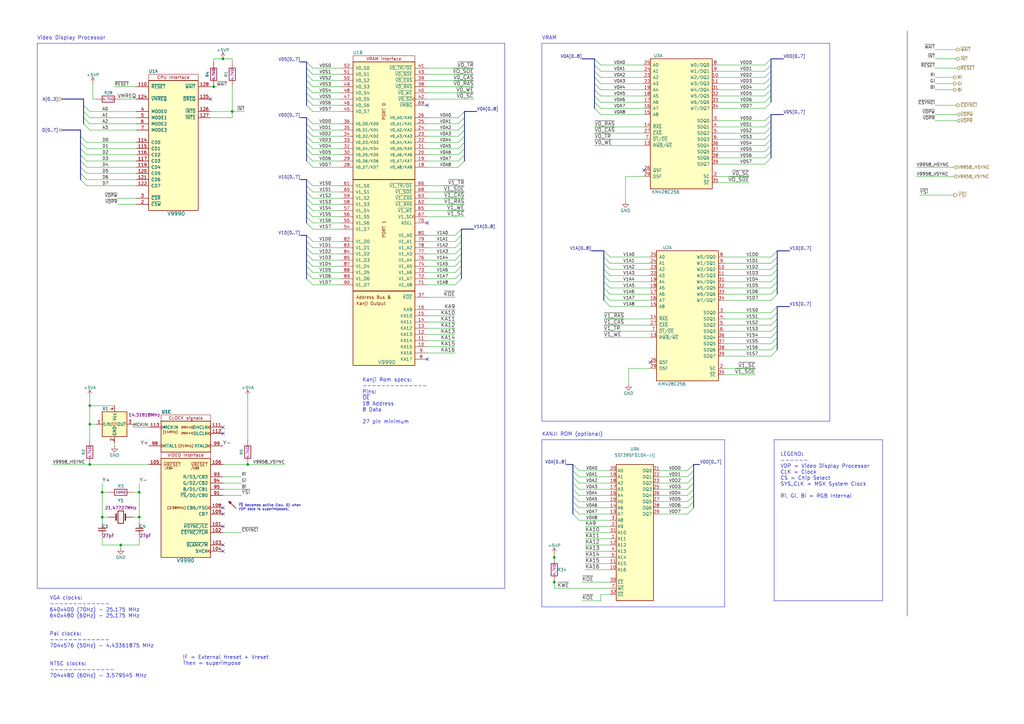
<source format=kicad_sch>
(kicad_sch (version 20230121) (generator eeschema)
  (paper "A3")
  (title_block (title "TRH9000D") (date "2022-08-04") (rev "AA") (company "The Retro Hacker") (comment 2 "Shared under CERN-OHL-S license") (comment 3 "TRH9000 - Open Source MSX Graphics Card based on the Yamaha V9990") (comment 4 "Designed  by: Cristiano Goncalves, Doomn00b, SD_Snatcher"))
  (junction (at 57.15 212.09))
  (junction (at 41.91 212.09))
  (junction (at 91.44 24.13))
  (junction (at 41.91 201.93))
  (junction (at 101.6 190.5))
  (junction (at 57.15 201.93))
  (junction (at 87.63 35.56))
  (junction (at 95.25 45.72))
  (junction (at 36.83 190.5))
  (junction (at 227.33 238.76))
  (junction (at 227.33 228.6))
  (junction (at 36.83 173.99))
  (junction (at 36.83 166.37))
  (junction (at 49.53 223.52))
  (no_connect (at 86.36 40.64))
  (no_connect (at 266.7 148.59))
  (no_connect (at 175.26 43.18))
  (no_connect (at 91.44 175.26))
  (no_connect (at 91.44 177.8))
  (no_connect (at 91.44 208.28))
  (no_connect (at 91.44 210.82))
  (no_connect (at 264.16 69.85))
  (no_connect (at 91.44 226.06))
  (no_connect (at 91.44 223.52))
  (no_connect (at 175.26 91.44))
  (no_connect (at 175.26 147.32))
  (no_connect (at 91.44 215.9))
  (bus_entry (at 125.73 78.74) (size 2.54 2.54))
  (bus_entry (at 125.73 83.82) (size 2.54 2.54))
  (bus_entry (at 33.02 58.42) (size 2.54 2.54))
  (bus_entry (at 247.65 118.11) (size 2.54 2.54))
  (bus_entry (at 234.95 208.28) (size 2.54 2.54))
  (bus_entry (at 33.02 71.12) (size 2.54 2.54))
  (bus_entry (at 284.48 190.5) (size -2.54 2.54))
  (bus_entry (at 318.77 120.65) (size -2.54 2.54))
  (bus_entry (at 316.23 36.83) (size -2.54 2.54))
  (bus_entry (at 234.95 190.5) (size 2.54 2.54))
  (bus_entry (at 318.77 115.57) (size -2.54 2.54))
  (bus_entry (at 318.77 118.11) (size -2.54 2.54))
  (bus_entry (at 190.5 66.04) (size -2.54 2.54))
  (bus_entry (at 318.77 113.03) (size -2.54 2.54))
  (bus_entry (at 318.77 143.51) (size -2.54 2.54))
  (bus_entry (at 33.02 55.88) (size 2.54 2.54))
  (bus_entry (at 247.65 123.19) (size 2.54 2.54))
  (bus_entry (at 234.95 200.66) (size 2.54 2.54))
  (bus_entry (at 318.77 102.87) (size -2.54 2.54))
  (bus_entry (at 284.48 198.12) (size -2.54 2.54))
  (bus_entry (at 316.23 57.15) (size -2.54 2.54))
  (bus_entry (at 125.73 104.14) (size 2.54 2.54))
  (bus_entry (at 316.23 54.61) (size -2.54 2.54))
  (bus_entry (at 247.65 107.95) (size 2.54 2.54))
  (bus_entry (at 189.23 111.76) (size -2.54 2.54))
  (bus_entry (at 189.23 106.68) (size -2.54 2.54))
  (bus_entry (at 125.73 30.48) (size 2.54 2.54))
  (bus_entry (at 316.23 49.53) (size -2.54 2.54))
  (bus_entry (at 125.73 40.64) (size 2.54 2.54))
  (bus_entry (at 190.5 50.8) (size -2.54 2.54))
  (bus_entry (at 125.73 43.18) (size 2.54 2.54))
  (bus_entry (at 284.48 193.04) (size -2.54 2.54))
  (bus_entry (at 125.73 101.6) (size 2.54 2.54))
  (bus_entry (at 125.73 99.06) (size 2.54 2.54))
  (bus_entry (at 234.95 205.74) (size 2.54 2.54))
  (bus_entry (at 316.23 39.37) (size -2.54 2.54))
  (bus_entry (at 316.23 62.23) (size -2.54 2.54))
  (bus_entry (at 284.48 203.2) (size -2.54 2.54))
  (bus_entry (at 284.48 205.74) (size -2.54 2.54))
  (bus_entry (at 247.65 115.57) (size 2.54 2.54))
  (bus_entry (at 243.84 44.45) (size 2.54 2.54))
  (bus_entry (at 125.73 58.42) (size 2.54 2.54))
  (bus_entry (at 125.73 91.44) (size 2.54 2.54))
  (bus_entry (at 234.95 210.82) (size 2.54 2.54))
  (bus_entry (at 284.48 195.58) (size -2.54 2.54))
  (bus_entry (at 243.84 24.13) (size 2.54 2.54))
  (bus_entry (at 316.23 31.75) (size -2.54 2.54))
  (bus_entry (at 247.65 113.03) (size 2.54 2.54))
  (bus_entry (at 316.23 59.69) (size -2.54 2.54))
  (bus_entry (at 284.48 208.28) (size -2.54 2.54))
  (bus_entry (at 34.29 50.8) (size 2.54 2.54))
  (bus_entry (at 247.65 102.87) (size 2.54 2.54))
  (bus_entry (at 125.73 25.4) (size 2.54 2.54))
  (bus_entry (at 243.84 31.75) (size 2.54 2.54))
  (bus_entry (at 318.77 133.35) (size -2.54 2.54))
  (bus_entry (at 34.29 45.72) (size 2.54 2.54))
  (bus_entry (at 190.5 55.88) (size -2.54 2.54))
  (bus_entry (at 316.23 52.07) (size -2.54 2.54))
  (bus_entry (at 125.73 53.34) (size 2.54 2.54))
  (bus_entry (at 189.23 99.06) (size -2.54 2.54))
  (bus_entry (at 316.23 34.29) (size -2.54 2.54))
  (bus_entry (at 125.73 50.8) (size 2.54 2.54))
  (bus_entry (at 318.77 130.81) (size -2.54 2.54))
  (bus_entry (at 316.23 26.67) (size -2.54 2.54))
  (bus_entry (at 190.5 63.5) (size -2.54 2.54))
  (bus_entry (at 125.73 60.96) (size 2.54 2.54))
  (bus_entry (at 125.73 63.5) (size 2.54 2.54))
  (bus_entry (at 125.73 38.1) (size 2.54 2.54))
  (bus_entry (at 125.73 35.56) (size 2.54 2.54))
  (bus_entry (at 125.73 48.26) (size 2.54 2.54))
  (bus_entry (at 243.84 34.29) (size 2.54 2.54))
  (bus_entry (at 316.23 64.77) (size -2.54 2.54))
  (bus_entry (at 316.23 24.13) (size -2.54 2.54))
  (bus_entry (at 243.84 41.91) (size 2.54 2.54))
  (bus_entry (at 34.29 43.18) (size 2.54 2.54))
  (bus_entry (at 189.23 93.98) (size -2.54 2.54))
  (bus_entry (at 190.5 60.96) (size -2.54 2.54))
  (bus_entry (at 125.73 27.94) (size 2.54 2.54))
  (bus_entry (at 190.5 45.72) (size -2.54 2.54))
  (bus_entry (at 33.02 68.58) (size 2.54 2.54))
  (bus_entry (at 189.23 96.52) (size -2.54 2.54))
  (bus_entry (at 33.02 63.5) (size 2.54 2.54))
  (bus_entry (at 190.5 58.42) (size -2.54 2.54))
  (bus_entry (at 247.65 120.65) (size 2.54 2.54))
  (bus_entry (at 33.02 66.04) (size 2.54 2.54))
  (bus_entry (at 318.77 105.41) (size -2.54 2.54))
  (bus_entry (at 125.73 55.88) (size 2.54 2.54))
  (bus_entry (at 284.48 200.66) (size -2.54 2.54))
  (bus_entry (at 125.73 76.2) (size 2.54 2.54))
  (bus_entry (at 125.73 106.68) (size 2.54 2.54))
  (bus_entry (at 247.65 110.49) (size 2.54 2.54))
  (bus_entry (at 318.77 107.95) (size -2.54 2.54))
  (bus_entry (at 189.23 114.3) (size -2.54 2.54))
  (bus_entry (at 243.84 36.83) (size 2.54 2.54))
  (bus_entry (at 318.77 140.97) (size -2.54 2.54))
  (bus_entry (at 316.23 46.99) (size -2.54 2.54))
  (bus_entry (at 189.23 101.6) (size -2.54 2.54))
  (bus_entry (at 243.84 39.37) (size 2.54 2.54))
  (bus_entry (at 33.02 60.96) (size 2.54 2.54))
  (bus_entry (at 234.95 195.58) (size 2.54 2.54))
  (bus_entry (at 318.77 125.73) (size -2.54 2.54))
  (bus_entry (at 34.29 48.26) (size 2.54 2.54))
  (bus_entry (at 125.73 109.22) (size 2.54 2.54))
  (bus_entry (at 125.73 73.66) (size 2.54 2.54))
  (bus_entry (at 247.65 105.41) (size 2.54 2.54))
  (bus_entry (at 318.77 110.49) (size -2.54 2.54))
  (bus_entry (at 318.77 138.43) (size -2.54 2.54))
  (bus_entry (at 33.02 73.66) (size 2.54 2.54))
  (bus_entry (at 190.5 48.26) (size -2.54 2.54))
  (bus_entry (at 125.73 33.02) (size 2.54 2.54))
  (bus_entry (at 189.23 109.22) (size -2.54 2.54))
  (bus_entry (at 125.73 86.36) (size 2.54 2.54))
  (bus_entry (at 234.95 203.2) (size 2.54 2.54))
  (bus_entry (at 316.23 29.21) (size -2.54 2.54))
  (bus_entry (at 125.73 66.04) (size 2.54 2.54))
  (bus_entry (at 318.77 128.27) (size -2.54 2.54))
  (bus_entry (at 243.84 29.21) (size 2.54 2.54))
  (bus_entry (at 125.73 114.3) (size 2.54 2.54))
  (bus_entry (at 125.73 96.52) (size 2.54 2.54))
  (bus_entry (at 316.23 41.91) (size -2.54 2.54))
  (bus_entry (at 189.23 104.14) (size -2.54 2.54))
  (bus_entry (at 318.77 135.89) (size -2.54 2.54))
  (bus_entry (at 243.84 26.67) (size 2.54 2.54))
  (bus_entry (at 125.73 81.28) (size 2.54 2.54))
  (bus_entry (at 234.95 198.12) (size 2.54 2.54))
  (bus_entry (at 190.5 53.34) (size -2.54 2.54))
  (bus_entry (at 234.95 193.04) (size 2.54 2.54))
  (bus_entry (at 125.73 88.9) (size 2.54 2.54))
  (bus_entry (at 125.73 111.76) (size 2.54 2.54))
  (bus (pts (xy 189.23 96.52) (xy 189.23 99.06)))
  (wire (pts (xy 246.38 46.99) (xy 264.16 46.99)))
  (wire (pts (xy 41.91 201.93) (xy 41.91 212.09)))
  (wire (pts (xy 175.26 129.54) (xy 186.69 129.54)))
  (wire (pts (xy 99.06 218.44) (xy 91.44 218.44)))
  (bus (pts (xy 33.02 68.58) (xy 33.02 71.12)))
  (bus (pts (xy 318.77 133.35) (xy 318.77 135.89)))
  (bus (pts (xy 234.95 190.5) (xy 232.41 190.5)))
  (wire (pts (xy 250.19 205.74) (xy 237.49 205.74)))
  (wire (pts (xy 49.53 224.79) (xy 49.53 223.52)))
  (wire (pts (xy 41.91 219.71) (xy 41.91 223.52)))
  (wire (pts (xy 250.19 123.19) (xy 266.7 123.19)))
  (wire (pts (xy 246.38 26.67) (xy 264.16 26.67)))
  (wire (pts (xy 139.7 83.82) (xy 128.27 83.82)))
  (wire (pts (xy 294.64 29.21) (xy 313.69 29.21)))
  (bus (pts (xy 247.65 115.57) (xy 247.65 118.11)))
  (wire (pts (xy 46.99 35.56) (xy 55.88 35.56)))
  (wire (pts (xy 36.83 173.99) (xy 36.83 180.34)))
  (bus (pts (xy 243.84 24.13) (xy 243.84 26.67)))
  (bus (pts (xy 33.02 60.96) (xy 33.02 63.5)))
  (bus (pts (xy 284.48 200.66) (xy 284.48 203.2)))
  (wire (pts (xy 139.7 55.88) (xy 128.27 55.88)))
  (wire (pts (xy 175.26 111.76) (xy 186.69 111.76)))
  (wire (pts (xy 139.7 50.8) (xy 128.27 50.8)))
  (wire (pts (xy 35.56 63.5) (xy 55.88 63.5)))
  (bus (pts (xy 125.73 50.8) (xy 125.73 53.34)))
  (wire (pts (xy 383.54 46.99) (xy 392.43 46.99)))
  (polyline (pts (xy 372.11 12.7) (xy 372.11 252.73)))
  (wire (pts (xy 95.25 48.26) (xy 95.25 45.72)))
  (bus (pts (xy 243.84 34.29) (xy 243.84 36.83)))
  (wire (pts (xy 139.7 78.74) (xy 128.27 78.74)))
  (wire (pts (xy 297.18 128.27) (xy 316.23 128.27)))
  (wire (pts (xy 294.64 31.75) (xy 313.69 31.75)))
  (bus (pts (xy 316.23 49.53) (xy 316.23 52.07)))
  (polyline (pts (xy 222.25 172.72) (xy 340.36 172.72)))
  (bus (pts (xy 190.5 45.72) (xy 190.5 48.26)))
  (bus (pts (xy 33.02 71.12) (xy 33.02 73.66)))
  (wire (pts (xy 54.61 212.09) (xy 57.15 212.09)))
  (wire (pts (xy 175.26 40.64) (xy 194.31 40.64)))
  (bus (pts (xy 190.5 53.34) (xy 190.5 55.88)))
  (bus (pts (xy 189.23 104.14) (xy 189.23 106.68)))
  (wire (pts (xy 194.31 38.1) (xy 175.26 38.1)))
  (wire (pts (xy 190.5 76.2) (xy 175.26 76.2)))
  (wire (pts (xy 139.7 33.02) (xy 128.27 33.02)))
  (bus (pts (xy 316.23 59.69) (xy 316.23 62.23)))
  (polyline (pts (xy 317.5 180.34) (xy 361.95 180.34)))
  (wire (pts (xy 238.76 238.76) (xy 250.19 238.76)))
  (bus (pts (xy 247.65 102.87) (xy 247.65 105.41)))
  (wire (pts (xy 91.44 190.5) (xy 101.6 190.5)))
  (bus (pts (xy 316.23 52.07) (xy 316.23 54.61)))
  (bus (pts (xy 234.95 195.58) (xy 234.95 198.12)))
  (wire (pts (xy 87.63 24.13) (xy 87.63 25.4)))
  (wire (pts (xy 227.33 228.6) (xy 227.33 229.87)))
  (bus (pts (xy 284.48 203.2) (xy 284.48 205.74)))
  (wire (pts (xy 297.18 135.89) (xy 316.23 135.89)))
  (wire (pts (xy 139.7 27.94) (xy 128.27 27.94)))
  (wire (pts (xy 95.25 35.56) (xy 95.25 45.72)))
  (bus (pts (xy 318.77 125.73) (xy 318.77 128.27)))
  (wire (pts (xy 294.64 26.67) (xy 313.69 26.67)))
  (wire (pts (xy 294.64 49.53) (xy 313.69 49.53)))
  (bus (pts (xy 247.65 113.03) (xy 247.65 115.57)))
  (polyline (pts (xy 340.36 172.72) (xy 340.36 17.78)))
  (wire (pts (xy 35.56 68.58) (xy 55.88 68.58)))
  (wire (pts (xy 99.06 195.58) (xy 91.44 195.58)))
  (wire (pts (xy 294.64 72.39) (xy 307.34 72.39)))
  (wire (pts (xy 36.83 190.5) (xy 60.96 190.5)))
  (wire (pts (xy 175.26 139.7) (xy 186.69 139.7)))
  (wire (pts (xy 36.83 48.26) (xy 55.88 48.26)))
  (bus (pts (xy 125.73 86.36) (xy 125.73 88.9)))
  (wire (pts (xy 35.56 71.12) (xy 55.88 71.12)))
  (wire (pts (xy 250.19 215.9) (xy 240.03 215.9)))
  (bus (pts (xy 189.23 101.6) (xy 189.23 104.14)))
  (wire (pts (xy 190.5 86.36) (xy 175.26 86.36)))
  (bus (pts (xy 125.73 53.34) (xy 125.73 55.88)))
  (wire (pts (xy 190.5 81.28) (xy 175.26 81.28)))
  (bus (pts (xy 318.77 115.57) (xy 318.77 118.11)))
  (wire (pts (xy 175.26 114.3) (xy 186.69 114.3)))
  (bus (pts (xy 125.73 25.4) (xy 125.73 27.94)))
  (bus (pts (xy 125.73 88.9) (xy 125.73 91.44)))
  (bus (pts (xy 318.77 138.43) (xy 318.77 140.97)))
  (bus (pts (xy 189.23 111.76) (xy 189.23 114.3)))
  (wire (pts (xy 190.5 83.82) (xy 175.26 83.82)))
  (bus (pts (xy 316.23 34.29) (xy 316.23 36.83)))
  (wire (pts (xy 41.91 223.52) (xy 49.53 223.52)))
  (bus (pts (xy 243.84 39.37) (xy 243.84 41.91)))
  (wire (pts (xy 139.7 63.5) (xy 128.27 63.5)))
  (wire (pts (xy 246.38 31.75) (xy 264.16 31.75)))
  (bus (pts (xy 316.23 54.61) (xy 316.23 57.15)))
  (wire (pts (xy 383.54 24.13) (xy 392.43 24.13)))
  (wire (pts (xy 139.7 91.44) (xy 128.27 91.44)))
  (bus (pts (xy 125.73 81.28) (xy 125.73 83.82)))
  (wire (pts (xy 250.19 213.36) (xy 237.49 213.36)))
  (wire (pts (xy 38.1 40.64) (xy 39.37 40.64)))
  (wire (pts (xy 175.26 55.88) (xy 187.96 55.88)))
  (bus (pts (xy 234.95 190.5) (xy 234.95 193.04)))
  (wire (pts (xy 294.64 74.93) (xy 307.34 74.93)))
  (polyline (pts (xy 15.24 17.78) (xy 207.01 17.78)))
  (wire (pts (xy 35.56 58.42) (xy 55.88 58.42)))
  (wire (pts (xy 250.19 195.58) (xy 237.49 195.58)))
  (wire (pts (xy 194.31 27.94) (xy 175.26 27.94)))
  (wire (pts (xy 246.38 39.37) (xy 264.16 39.37)))
  (wire (pts (xy 139.7 60.96) (xy 128.27 60.96)))
  (bus (pts (xy 284.48 190.5) (xy 284.48 193.04)))
  (wire (pts (xy 139.7 114.3) (xy 128.27 114.3)))
  (bus (pts (xy 125.73 35.56) (xy 125.73 38.1)))
  (bus (pts (xy 316.23 29.21) (xy 316.23 31.75)))
  (bus (pts (xy 125.73 73.66) (xy 123.19 73.66)))
  (wire (pts (xy 250.19 233.68) (xy 240.03 233.68)))
  (wire (pts (xy 175.26 63.5) (xy 187.96 63.5)))
  (wire (pts (xy 139.7 104.14) (xy 128.27 104.14)))
  (polyline (pts (xy 361.95 246.38) (xy 317.5 246.38)))
  (bus (pts (xy 318.77 102.87) (xy 323.85 102.87)))
  (wire (pts (xy 270.51 195.58) (xy 281.94 195.58)))
  (bus (pts (xy 125.73 76.2) (xy 125.73 78.74)))
  (wire (pts (xy 383.54 34.29) (xy 391.16 34.29)))
  (wire (pts (xy 175.26 66.04) (xy 187.96 66.04)))
  (bus (pts (xy 189.23 109.22) (xy 189.23 111.76)))
  (bus (pts (xy 247.65 105.41) (xy 247.65 107.95)))
  (bus (pts (xy 247.65 118.11) (xy 247.65 120.65)))
  (wire (pts (xy 264.16 59.69) (xy 243.84 59.69)))
  (wire (pts (xy 294.64 36.83) (xy 313.69 36.83)))
  (bus (pts (xy 190.5 50.8) (xy 190.5 53.34)))
  (wire (pts (xy 49.53 40.64) (xy 55.88 40.64)))
  (wire (pts (xy 139.7 45.72) (xy 128.27 45.72)))
  (wire (pts (xy 139.7 76.2) (xy 128.27 76.2)))
  (bus (pts (xy 318.77 140.97) (xy 318.77 143.51)))
  (wire (pts (xy 297.18 115.57) (xy 316.23 115.57)))
  (wire (pts (xy 101.6 190.5) (xy 116.84 190.5)))
  (bus (pts (xy 318.77 128.27) (xy 318.77 130.81)))
  (wire (pts (xy 250.19 223.52) (xy 240.03 223.52)))
  (wire (pts (xy 383.54 49.53) (xy 392.43 49.53)))
  (wire (pts (xy 86.36 45.72) (xy 95.25 45.72)))
  (wire (pts (xy 227.33 237.49) (xy 227.33 238.76)))
  (bus (pts (xy 125.73 96.52) (xy 125.73 99.06)))
  (bus (pts (xy 125.73 58.42) (xy 125.73 60.96)))
  (wire (pts (xy 250.19 105.41) (xy 266.7 105.41)))
  (wire (pts (xy 38.1 34.29) (xy 38.1 40.64)))
  (wire (pts (xy 175.26 30.48) (xy 194.31 30.48)))
  (wire (pts (xy 270.51 193.04) (xy 281.94 193.04)))
  (wire (pts (xy 294.64 52.07) (xy 313.69 52.07)))
  (wire (pts (xy 297.18 118.11) (xy 316.23 118.11)))
  (bus (pts (xy 33.02 58.42) (xy 33.02 60.96)))
  (wire (pts (xy 250.19 210.82) (xy 237.49 210.82)))
  (wire (pts (xy 44.45 201.93) (xy 41.91 201.93)))
  (wire (pts (xy 57.15 219.71) (xy 57.15 223.52)))
  (bus (pts (xy 125.73 48.26) (xy 125.73 50.8)))
  (bus (pts (xy 316.23 31.75) (xy 316.23 34.29)))
  (wire (pts (xy 250.19 120.65) (xy 266.7 120.65)))
  (wire (pts (xy 256.54 72.39) (xy 264.16 72.39)))
  (wire (pts (xy 48.26 83.82) (xy 55.88 83.82)))
  (bus (pts (xy 189.23 99.06) (xy 189.23 101.6)))
  (wire (pts (xy 139.7 38.1) (xy 128.27 38.1)))
  (wire (pts (xy 175.26 127) (xy 186.69 127)))
  (wire (pts (xy 139.7 66.04) (xy 128.27 66.04)))
  (bus (pts (xy 125.73 30.48) (xy 125.73 33.02)))
  (wire (pts (xy 297.18 143.51) (xy 316.23 143.51)))
  (bus (pts (xy 318.77 107.95) (xy 318.77 110.49)))
  (bus (pts (xy 125.73 96.52) (xy 123.19 96.52)))
  (wire (pts (xy 246.38 29.21) (xy 264.16 29.21)))
  (wire (pts (xy 266.7 130.81) (xy 247.65 130.81)))
  (wire (pts (xy 266.7 133.35) (xy 247.65 133.35)))
  (bus (pts (xy 247.65 110.49) (xy 247.65 113.03)))
  (wire (pts (xy 175.26 78.74) (xy 190.5 78.74)))
  (wire (pts (xy 139.7 101.6) (xy 128.27 101.6)))
  (bus (pts (xy 190.5 63.5) (xy 190.5 66.04)))
  (wire (pts (xy 227.33 238.76) (xy 227.33 241.3)))
  (polyline (pts (xy 222.25 17.78) (xy 222.25 172.72)))
  (wire (pts (xy 250.19 228.6) (xy 240.03 228.6)))
  (wire (pts (xy 95.25 24.13) (xy 95.25 25.4)))
  (bus (pts (xy 318.77 105.41) (xy 318.77 107.95)))
  (wire (pts (xy 21.59 190.5) (xy 36.83 190.5)))
  (wire (pts (xy 175.26 88.9) (xy 190.5 88.9)))
  (bus (pts (xy 318.77 118.11) (xy 318.77 120.65)))
  (wire (pts (xy 139.7 88.9) (xy 128.27 88.9)))
  (wire (pts (xy 246.38 243.84) (xy 250.19 243.84)))
  (bus (pts (xy 190.5 55.88) (xy 190.5 58.42)))
  (bus (pts (xy 190.5 45.72) (xy 195.58 45.72)))
  (polyline (pts (xy 340.36 17.78) (xy 222.25 17.78)))
  (wire (pts (xy 294.64 54.61) (xy 313.69 54.61)))
  (wire (pts (xy 41.91 212.09) (xy 44.45 212.09)))
  (wire (pts (xy 250.19 218.44) (xy 240.03 218.44)))
  (bus (pts (xy 284.48 205.74) (xy 284.48 208.28)))
  (wire (pts (xy 175.26 109.22) (xy 186.69 109.22)))
  (wire (pts (xy 41.91 198.12) (xy 41.91 201.93)))
  (wire (pts (xy 246.38 34.29) (xy 264.16 34.29)))
  (bus (pts (xy 234.95 198.12) (xy 234.95 200.66)))
  (polyline (pts (xy 222.25 180.34) (xy 222.25 248.92)))
  (bus (pts (xy 284.48 190.5) (xy 287.02 190.5)))
  (wire (pts (xy 246.38 36.83) (xy 264.16 36.83)))
  (wire (pts (xy 250.19 200.66) (xy 237.49 200.66)))
  (wire (pts (xy 375.92 68.58) (xy 391.16 68.58)))
  (wire (pts (xy 250.19 198.12) (xy 237.49 198.12)))
  (wire (pts (xy 35.56 60.96) (xy 55.88 60.96)))
  (wire (pts (xy 270.51 198.12) (xy 281.94 198.12)))
  (wire (pts (xy 297.18 146.05) (xy 316.23 146.05)))
  (bus (pts (xy 125.73 101.6) (xy 125.73 104.14)))
  (polyline (pts (xy 297.18 180.34) (xy 297.18 248.92)))
  (wire (pts (xy 377.19 80.01) (xy 391.16 80.01)))
  (bus (pts (xy 125.73 104.14) (xy 125.73 106.68)))
  (wire (pts (xy 383.54 27.94) (xy 392.43 27.94)))
  (wire (pts (xy 250.19 118.11) (xy 266.7 118.11)))
  (bus (pts (xy 125.73 111.76) (xy 125.73 114.3)))
  (wire (pts (xy 297.18 110.49) (xy 316.23 110.49)))
  (wire (pts (xy 297.18 133.35) (xy 316.23 133.35)))
  (bus (pts (xy 190.5 58.42) (xy 190.5 60.96)))
  (bus (pts (xy 125.73 33.02) (xy 125.73 35.56)))
  (bus (pts (xy 243.84 26.67) (xy 243.84 29.21)))
  (wire (pts (xy 91.44 203.2) (xy 99.06 203.2)))
  (wire (pts (xy 139.7 35.56) (xy 128.27 35.56)))
  (wire (pts (xy 36.83 53.34) (xy 55.88 53.34)))
  (wire (pts (xy 294.64 62.23) (xy 313.69 62.23)))
  (wire (pts (xy 250.19 220.98) (xy 240.03 220.98)))
  (wire (pts (xy 294.64 39.37) (xy 313.69 39.37)))
  (bus (pts (xy 190.5 60.96) (xy 190.5 63.5)))
  (bus (pts (xy 125.73 48.26) (xy 123.19 48.26)))
  (wire (pts (xy 139.7 99.06) (xy 128.27 99.06)))
  (wire (pts (xy 139.7 116.84) (xy 128.27 116.84)))
  (bus (pts (xy 125.73 83.82) (xy 125.73 86.36)))
  (wire (pts (xy 175.26 144.78) (xy 186.69 144.78)))
  (wire (pts (xy 266.7 135.89) (xy 247.65 135.89)))
  (wire (pts (xy 250.19 110.49) (xy 266.7 110.49)))
  (wire (pts (xy 383.54 36.83) (xy 391.16 36.83)))
  (wire (pts (xy 294.64 44.45) (xy 313.69 44.45)))
  (bus (pts (xy 316.23 36.83) (xy 316.23 39.37)))
  (wire (pts (xy 246.38 246.38) (xy 238.76 246.38)))
  (wire (pts (xy 294.64 67.31) (xy 313.69 67.31)))
  (wire (pts (xy 175.26 58.42) (xy 187.96 58.42)))
  (bus (pts (xy 243.84 36.83) (xy 243.84 39.37)))
  (bus (pts (xy 125.73 63.5) (xy 125.73 66.04)))
  (wire (pts (xy 175.26 60.96) (xy 187.96 60.96)))
  (wire (pts (xy 175.26 116.84) (xy 186.69 116.84)))
  (wire (pts (xy 383.54 43.18) (xy 392.43 43.18)))
  (bus (pts (xy 234.95 200.66) (xy 234.95 203.2)))
  (wire (pts (xy 294.64 59.69) (xy 313.69 59.69)))
  (bus (pts (xy 284.48 198.12) (xy 284.48 200.66)))
  (wire (pts (xy 87.63 24.13) (xy 91.44 24.13)))
  (bus (pts (xy 34.29 45.72) (xy 34.29 48.26)))
  (polyline (pts (xy 297.18 248.92) (xy 222.25 248.92)))
  (wire (pts (xy 54.61 175.26) (xy 54.61 173.99)))
  (wire (pts (xy 175.26 53.34) (xy 187.96 53.34)))
  (wire (pts (xy 250.19 231.14) (xy 240.03 231.14)))
  (bus (pts (xy 125.73 27.94) (xy 125.73 30.48)))
  (wire (pts (xy 99.06 198.12) (xy 91.44 198.12)))
  (wire (pts (xy 41.91 212.09) (xy 41.91 214.63)))
  (wire (pts (xy 175.26 99.06) (xy 186.69 99.06)))
  (polyline (pts (xy 207.01 17.78) (xy 207.01 241.3)))
  (wire (pts (xy 297.18 153.67) (xy 309.88 153.67)))
  (wire (pts (xy 36.83 162.56) (xy 36.83 166.37)))
  (wire (pts (xy 99.06 200.66) (xy 91.44 200.66)))
  (bus (pts (xy 125.73 73.66) (xy 125.73 76.2)))
  (bus (pts (xy 190.5 48.26) (xy 190.5 50.8)))
  (wire (pts (xy 86.36 35.56) (xy 87.63 35.56)))
  (wire (pts (xy 36.83 50.8) (xy 55.88 50.8)))
  (wire (pts (xy 383.54 31.75) (xy 391.16 31.75)))
  (wire (pts (xy 250.19 113.03) (xy 266.7 113.03)))
  (wire (pts (xy 87.63 35.56) (xy 88.9 35.56)))
  (wire (pts (xy 139.7 109.22) (xy 128.27 109.22)))
  (bus (pts (xy 318.77 110.49) (xy 318.77 113.03)))
  (wire (pts (xy 297.18 151.13) (xy 309.88 151.13)))
  (wire (pts (xy 383.54 20.32) (xy 392.43 20.32)))
  (wire (pts (xy 95.25 45.72) (xy 100.33 45.72)))
  (bus (pts (xy 189.23 93.98) (xy 194.31 93.98)))
  (wire (pts (xy 175.26 104.14) (xy 186.69 104.14)))
  (wire (pts (xy 57.15 201.93) (xy 57.15 212.09)))
  (bus (pts (xy 125.73 60.96) (xy 125.73 63.5)))
  (wire (pts (xy 246.38 246.38) (xy 246.38 243.84)))
  (wire (pts (xy 194.31 33.02) (xy 175.26 33.02)))
  (polyline (pts (xy 317.5 180.34) (xy 317.5 246.38)))
  (bus (pts (xy 234.95 203.2) (xy 234.95 205.74)))
  (wire (pts (xy 297.18 105.41) (xy 316.23 105.41)))
  (wire (pts (xy 250.19 226.06) (xy 240.03 226.06)))
  (bus (pts (xy 318.77 125.73) (xy 323.85 125.73)))
  (wire (pts (xy 270.51 205.74) (xy 281.94 205.74)))
  (bus (pts (xy 318.77 130.81) (xy 318.77 133.35)))
  (wire (pts (xy 250.19 125.73) (xy 266.7 125.73)))
  (wire (pts (xy 91.44 24.13) (xy 95.25 24.13)))
  (bus (pts (xy 316.23 46.99) (xy 321.31 46.99)))
  (bus (pts (xy 234.95 205.74) (xy 234.95 208.28)))
  (bus (pts (xy 34.29 40.64) (xy 34.29 43.18)))
  (bus (pts (xy 247.65 102.87) (xy 242.57 102.87)))
  (wire (pts (xy 175.26 142.24) (xy 186.69 142.24)))
  (wire (pts (xy 250.19 208.28) (xy 237.49 208.28)))
  (wire (pts (xy 175.26 68.58) (xy 187.96 68.58)))
  (wire (pts (xy 139.7 40.64) (xy 128.27 40.64)))
  (wire (pts (xy 270.51 200.66) (xy 281.94 200.66)))
  (bus (pts (xy 234.95 208.28) (xy 234.95 210.82)))
  (wire (pts (xy 175.26 50.8) (xy 187.96 50.8)))
  (polyline (pts (xy 15.24 17.78) (xy 15.24 241.3)))
  (wire (pts (xy 49.53 223.52) (xy 57.15 223.52)))
  (wire (pts (xy 175.26 106.68) (xy 186.69 106.68)))
  (bus (pts (xy 33.02 66.04) (xy 33.02 68.58)))
  (wire (pts (xy 294.64 34.29) (xy 313.69 34.29)))
  (wire (pts (xy 270.51 203.2) (xy 281.94 203.2)))
  (wire (pts (xy 139.7 81.28) (xy 128.27 81.28)))
  (wire (pts (xy 294.64 41.91) (xy 313.69 41.91)))
  (wire (pts (xy 139.7 30.48) (xy 128.27 30.48)))
  (bus (pts (xy 316.23 24.13) (xy 321.31 24.13)))
  (bus (pts (xy 316.23 62.23) (xy 316.23 64.77)))
  (bus (pts (xy 125.73 109.22) (xy 125.73 111.76)))
  (wire (pts (xy 175.26 48.26) (xy 187.96 48.26)))
  (polyline (pts (xy 222.25 180.34) (xy 297.18 180.34)))
  (bus (pts (xy 33.02 53.34) (xy 33.02 55.88)))
  (bus (pts (xy 234.95 193.04) (xy 234.95 195.58)))
  (wire (pts (xy 256.54 72.39) (xy 256.54 82.55)))
  (bus (pts (xy 189.23 93.98) (xy 189.23 96.52)))
  (wire (pts (xy 60.96 175.26) (xy 54.61 175.26)))
  (bus (pts (xy 125.73 55.88) (xy 125.73 58.42)))
  (wire (pts (xy 46.99 181.61) (xy 46.99 182.88)))
  (wire (pts (xy 139.7 111.76) (xy 128.27 111.76)))
  (bus (pts (xy 316.23 39.37) (xy 316.23 41.91)))
  (wire (pts (xy 227.33 227.33) (xy 227.33 228.6)))
  (wire (pts (xy 297.18 130.81) (xy 316.23 130.81)))
  (bus (pts (xy 125.73 78.74) (xy 125.73 81.28)))
  (wire (pts (xy 36.83 166.37) (xy 46.99 166.37)))
  (wire (pts (xy 139.7 43.18) (xy 128.27 43.18)))
  (wire (pts (xy 175.26 132.08) (xy 186.69 132.08)))
  (wire (pts (xy 264.16 57.15) (xy 243.84 57.15)))
  (wire (pts (xy 139.7 53.34) (xy 128.27 53.34)))
  (wire (pts (xy 36.83 173.99) (xy 36.83 166.37)))
  (bus (pts (xy 125.73 40.64) (xy 125.73 43.18)))
  (wire (pts (xy 297.18 123.19) (xy 316.23 123.19)))
  (bus (pts (xy 247.65 120.65) (xy 247.65 123.19)))
  (wire (pts (xy 250.19 107.95) (xy 266.7 107.95)))
  (wire (pts (xy 48.26 81.28) (xy 55.88 81.28)))
  (wire (pts (xy 297.18 140.97) (xy 316.23 140.97)))
  (bus (pts (xy 243.84 24.13) (xy 238.76 24.13)))
  (bus (pts (xy 316.23 26.67) (xy 316.23 29.21)))
  (wire (pts (xy 250.19 203.2) (xy 237.49 203.2)))
  (bus (pts (xy 318.77 102.87) (xy 318.77 105.41)))
  (wire (pts (xy 175.26 96.52) (xy 186.69 96.52)))
  (bus (pts (xy 125.73 106.68) (xy 125.73 109.22)))
  (bus (pts (xy 243.84 41.91) (xy 243.84 44.45)))
  (wire (pts (xy 36.83 173.99) (xy 39.37 173.99)))
  (bus (pts (xy 316.23 24.13) (xy 316.23 26.67)))
  (bus (pts (xy 316.23 46.99) (xy 316.23 49.53)))
  (bus (pts (xy 247.65 107.95) (xy 247.65 110.49)))
  (wire (pts (xy 139.7 58.42) (xy 128.27 58.42)))
  (wire (pts (xy 264.16 54.61) (xy 243.84 54.61)))
  (bus (pts (xy 34.29 43.18) (xy 34.29 45.72)))
  (bus (pts (xy 316.23 57.15) (xy 316.23 59.69)))
  (wire (pts (xy 297.18 113.03) (xy 316.23 113.03)))
  (wire (pts (xy 297.18 138.43) (xy 316.23 138.43)))
  (wire (pts (xy 246.38 44.45) (xy 264.16 44.45)))
  (bus (pts (xy 25.4 40.64) (xy 34.29 40.64)))
  (bus (pts (xy 34.29 48.26) (xy 34.29 50.8)))
  (wire (pts (xy 175.26 137.16) (xy 186.69 137.16)))
  (wire (pts (xy 175.26 101.6) (xy 186.69 101.6)))
  (wire (pts (xy 266.7 138.43) (xy 247.65 138.43)))
  (wire (pts (xy 57.15 198.12) (xy 57.15 201.93)))
  (wire (pts (xy 264.16 52.07) (xy 243.84 52.07)))
  (bus (pts (xy 243.84 29.21) (xy 243.84 31.75)))
  (wire (pts (xy 175.26 134.62) (xy 186.69 134.62)))
  (polyline (pts (xy 207.01 241.3) (xy 15.24 241.3)))
  (bus (pts (xy 33.02 55.88) (xy 33.02 58.42)))
  (wire (pts (xy 57.15 212.09) (xy 57.15 214.63)))
  (wire (pts (xy 250.19 193.04) (xy 237.49 193.04)))
  (bus (pts (xy 284.48 195.58) (xy 284.48 198.12)))
  (wire (pts (xy 101.6 162.56) (xy 101.6 180.34)))
  (bus (pts (xy 125.73 99.06) (xy 125.73 101.6)))
  (wire (pts (xy 294.64 57.15) (xy 313.69 57.15)))
  (wire (pts (xy 36.83 45.72) (xy 55.88 45.72)))
  (bus (pts (xy 125.73 25.4) (xy 123.19 25.4)))
  (bus (pts (xy 33.02 53.34) (xy 25.4 53.34)))
  (wire (pts (xy 35.56 76.2) (xy 55.88 76.2)))
  (wire (pts (xy 257.81 151.13) (xy 266.7 151.13)))
  (bus (pts (xy 318.77 135.89) (xy 318.77 138.43)))
  (wire (pts (xy 35.56 66.04) (xy 55.88 66.04)))
  (wire (pts (xy 375.92 72.39) (xy 391.16 72.39)))
  (wire (pts (xy 139.7 68.58) (xy 128.27 68.58)))
  (wire (pts (xy 139.7 86.36) (xy 128.27 86.36)))
  (wire (pts (xy 54.61 201.93) (xy 57.15 201.93)))
  (wire (pts (xy 227.33 241.3) (xy 250.19 241.3)))
  (wire (pts (xy 139.7 93.98) (xy 128.27 93.98)))
  (bus (pts (xy 189.23 106.68) (xy 189.23 109.22)))
  (wire (pts (xy 297.18 107.95) (xy 316.23 107.95)))
  (bus (pts (xy 318.77 113.03) (xy 318.77 115.57)))
  (wire (pts (xy 194.31 35.56) (xy 175.26 35.56)))
  (wire (pts (xy 257.81 151.13) (xy 257.81 157.48)))
  (wire (pts (xy 250.19 115.57) (xy 266.7 115.57)))
  (wire (pts (xy 297.18 120.65) (xy 316.23 120.65)))
  (wire (pts (xy 139.7 106.68) (xy 128.27 106.68)))
  (wire (pts (xy 294.64 64.77) (xy 313.69 64.77)))
  (wire (pts (xy 86.36 48.26) (xy 95.25 48.26)))
  (bus (pts (xy 33.02 63.5) (xy 33.02 66.04)))
  (wire (pts (xy 35.56 73.66) (xy 55.88 73.66)))
  (wire (pts (xy 246.38 41.91) (xy 264.16 41.91)))
  (bus (pts (xy 284.48 193.04) (xy 284.48 195.58)))
  (wire (pts (xy 270.51 210.82) (xy 281.94 210.82)))
  (wire (pts (xy 270.51 208.28) (xy 281.94 208.28)))
  (bus (pts (xy 243.84 31.75) (xy 243.84 34.29)))
  (wire (pts (xy 175.26 121.92) (xy 186.69 121.92)))
  (polyline (pts (xy 361.95 180.34) (xy 361.95 246.38)))
  (bus (pts (xy 125.73 38.1) (xy 125.73 40.64)))
  (text "Kanji Rom specs:\n--------------\nPins:\n~{OE}\n18 Address\n8 Data\n\n27 pin minimum" (at 148.59 173.99 0) (effects (font (size 1.524 1.524)) (justify left bottom)))
  (text "IF = External Hreset + Vreset\nThen = superimpose" (at 74.93 273.05 0) (effects (font (size 1.524 1.524)) (justify left bottom)))
  (text "KANJI ROM (optional)" (at 222.25 179.07 0) (effects (font (size 1.524 1.524)) (justify left bottom)))
  (text "~{YS} becomes active (low, 0) when\nVDP data is superimposed." (at 97.79 209.55 0) (effects (font (size 1 1)) (justify left bottom)))
  (text "LEGEND:\n------\nVDP = Video Display Processor\nCLK = Clock\nCS = Chip Select\nSYS_CLK = MSX System Clock\n\nRi, Gi, Bi = RGB Internal" (at 320.04 204.47 0) (effects (font (size 1.524 1.524)) (justify left bottom)))
  (text "VGA clocks:\n-------------\n640x400 (70Hz) - 25.175 MHz\n640x480 (60Hz) - 25.175 MHz\n\n\nPal clocks:\n-------------\n704x576 (50Hz) - 4.43361875 MHz\n\n\nNTSC clocks:\n--------------\n704x480 (60Hz) - 3.579545 MHz" (at 20.32 278.13 0) (effects (font (size 1.524 1.524)) (justify left bottom)))
  (text "VRAM" (at 222.25 16.51 0) (effects (font (size 1.524 1.524)) (justify left bottom)))
  (text "Video Display Processor" (at 15.24 16.51 0) (effects (font (size 1.524 1.524)) (justify left bottom)))
  (label "V0D3" (at 135.89 58.42 180))
  (label "~{V1_CAS}" (at 247.65 133.35 0) (effects (font (size 1.524 1.524))))
  (label "V0A2" (at 180.34 53.34 0))
  (label "V1A8" (at 260.35 125.73 180))
  (label "V0D4" (at 303.53 36.83 0))
  (label "V0A3" (at 245.11 200.66 180))
  (label "V0D0" (at 274.32 193.04 0))
  (label "V1S[0..7]" (at 323.85 125.73 0))
  (label "Y-" (at 57.15 198.12 0) (effects (font (size 1.524 1.524))))
  (label "~{VDPW}" (at 383.54 46.99 180))
  (label "V0D1" (at 303.53 29.21 0))
  (label "~{VO_SOE}" (at 307.34 74.93 180) (effects (font (size 1.524 1.524))))
  (label "V0D1" (at 135.89 53.34 180))
  (label "V0D1" (at 274.32 195.58 0))
  (label "~{V0_SC}" (at 194.31 40.64 180) (effects (font (size 1.524 1.524))))
  (label "V1D6" (at 135.89 114.3 180))
  (label "~{V1_WE}" (at 247.65 138.43 0) (effects (font (size 1.524 1.524))))
  (label "V0D6" (at 135.89 66.04 180))
  (label "~{V1_TR}" (at 190.5 76.2 180) (effects (font (size 1.524 1.524))))
  (label "V1S4" (at 135.89 86.36 180))
  (label "V0A1" (at 245.11 195.58 180))
  (label "V0A[0..8]" (at 232.41 190.5 180))
  (label "V0S5" (at 303.53 62.23 0))
  (label "A1" (at 41.91 48.26 0))
  (label "V1S2" (at 306.07 133.35 0))
  (label "V0A6" (at 245.11 208.28 180))
  (label "V0S[0..7]" (at 321.31 46.99 0))
  (label "V0A2" (at 256.54 31.75 180))
  (label "~{RESET}" (at 46.99 35.56 0))
  (label "V1A[0..8]" (at 242.57 102.87 180))
  (label "V0S4" (at 135.89 38.1 180))
  (label "V1A6" (at 260.35 120.65 180))
  (label "V1S3" (at 306.07 135.89 0))
  (label "V1A8" (at 179.07 116.84 0))
  (label "D1" (at 41.91 60.96 0))
  (label "V0D4" (at 135.89 60.96 180))
  (label "V1S7" (at 306.07 146.05 0))
  (label "V1D[0..7]" (at 323.85 102.87 0))
  (label "V0A8" (at 245.11 213.36 180))
  (label "V1A1" (at 179.07 99.06 0))
  (label "Y+" (at 60.96 182.88 180) (effects (font (size 1.524 1.524))))
  (label "V0D5" (at 274.32 205.74 0))
  (label "A0" (at 41.91 45.72 0))
  (label "V0A3" (at 256.54 34.29 180))
  (label "V0D5" (at 303.53 39.37 0))
  (label "~{V1_RAS}" (at 247.65 130.81 0) (effects (font (size 1.524 1.524))))
  (label "MCKIN" (at 54.61 175.26 0))
  (label "V1A0" (at 179.07 96.52 0))
  (label "V0A0" (at 256.54 26.67 180))
  (label "V1S0" (at 135.89 76.2 180))
  (label "KA12" (at 240.03 223.52 0) (effects (font (size 1.524 1.524))))
  (label "V1A[0..8]" (at 194.31 93.98 0))
  (label "~{V0_TR}" (at 243.84 57.15 0) (effects (font (size 1.524 1.524))))
  (label "V0S1" (at 135.89 30.48 180))
  (label "V0D3" (at 303.53 34.29 0))
  (label "V9958_VSYNC" (at 375.92 72.39 0))
  (label "V0A4" (at 180.34 58.42 0))
  (label "V1D3" (at 306.07 113.03 0))
  (label "~{YSi}" (at 377.19 80.01 0) (effects (font (size 1.524 1.524))))
  (label "V0A0" (at 180.34 48.26 0))
  (label "KA10" (at 240.03 218.44 0) (effects (font (size 1.524 1.524))))
  (label "V1A2" (at 260.35 110.49 180))
  (label "V0S3" (at 135.89 35.56 180))
  (label "V0A6" (at 180.34 63.5 0))
  (label "V1A4" (at 260.35 115.57 180))
  (label "KA16" (at 240.03 233.68 0) (effects (font (size 1.524 1.524))))
  (label "~{VDPR}" (at 383.54 49.53 180))
  (label "~{V1_WE}" (at 190.5 86.36 180) (effects (font (size 1.524 1.524))))
  (label "V0D3" (at 274.32 200.66 0))
  (label "V0D5" (at 135.89 63.5 180))
  (label "V0D7" (at 135.89 68.58 180))
  (label "V0S3" (at 303.53 57.15 0))
  (label "V0A8" (at 180.34 68.58 0))
  (label "KA12" (at 186.69 134.62 180) (effects (font (size 1.524 1.524))))
  (label "KA15" (at 186.69 142.24 180) (effects (font (size 1.524 1.524))))
  (label "V0S2" (at 303.53 54.61 0))
  (label "V0D[0..7]" (at 321.31 24.13 0))
  (label "D5" (at 41.91 71.12 0))
  (label "V1D1" (at 306.07 107.95 0))
  (label "~{V0_CAS}" (at 243.84 54.61 0) (effects (font (size 1.524 1.524))))
  (label "V0S6" (at 135.89 43.18 180))
  (label "V1D2" (at 306.07 110.49 0))
  (label "~{V0_RAS}" (at 243.84 52.07 0) (effects (font (size 1.524 1.524))))
  (label "~{KOE}" (at 238.76 238.76 0) (effects (font (size 1.524 1.524))))
  (label "~{INT}" (at 100.33 45.72 180))
  (label "~{WAIT}" (at 88.9 35.56 0))
  (label "V1D1" (at 135.89 101.6 180))
  (label "Y+" (at 41.91 198.12 0) (effects (font (size 1.524 1.524))))
  (label "V0D[0..7]" (at 123.19 48.26 180))
  (label "V1S5" (at 306.07 140.97 0))
  (label "V0A4" (at 245.11 203.2 180))
  (label "V1A0" (at 260.35 105.41 180))
  (label "V1D5" (at 135.89 111.76 180))
  (label "KA9" (at 240.03 215.9 0) (effects (font (size 1.524 1.524))))
  (label "~{WAIT}" (at 383.54 20.32 180))
  (label "V0D4" (at 274.32 203.2 0))
  (label "D0" (at 41.91 58.42 0))
  (label "V0A7" (at 245.11 210.82 180))
  (label "V1D5" (at 306.07 118.11 0))
  (label "~{V0_RAS}" (at 194.31 35.56 180) (effects (font (size 1.524 1.524))))
  (label "A2" (at 41.91 50.8 0))
  (label "V0S5" (at 135.89 40.64 180))
  (label "V0A5" (at 180.34 60.96 0))
  (label "V1D4" (at 306.07 115.57 0))
  (label "V1A1" (at 260.35 107.95 180))
  (label "V0S[0..7]" (at 123.19 25.4 180))
  (label "V0A6" (at 256.54 41.91 180))
  (label "V9958_HSYNC" (at 21.59 190.5 0))
  (label "V1S6" (at 306.07 143.51 0))
  (label "V0S1" (at 303.53 52.07 0))
  (label "~{V0_WE}" (at 194.31 38.1 180) (effects (font (size 1.524 1.524))))
  (label "V1A4" (at 179.07 106.68 0))
  (label "~{V1_RAS}" (at 190.5 83.82 180) (effects (font (size 1.524 1.524))))
  (label "~{VDPW}" (at 48.26 81.28 180))
  (label "V1D4" (at 135.89 109.22 180))
  (label "Gi" (at 99.06 198.12 0))
  (label "V1S1" (at 135.89 78.74 180))
  (label "A3" (at 41.91 53.34 0))
  (label "V0A1" (at 180.34 50.8 0))
  (label "KA9" (at 186.69 127 180) (effects (font (size 1.524 1.524))))
  (label "~{KOE}" (at 238.76 246.38 0) (effects (font (size 1.524 1.524))))
  (label "D3" (at 41.91 66.04 0))
  (label "V0A[0..8]" (at 195.58 45.72 0))
  (label "V1D0" (at 135.89 99.06 180))
  (label "V0D6" (at 274.32 208.28 0))
  (label "V1A5" (at 179.07 109.22 0))
  (label "~{KOE}" (at 186.69 121.92 180) (effects (font (size 1.524 1.524))))
  (label "V1D7" (at 135.89 116.84 180))
  (label "~{V0_TR}" (at 194.31 27.94 180) (effects (font (size 1.524 1.524))))
  (label "V1S2" (at 135.89 81.28 180))
  (label "V0A5" (at 256.54 39.37 180))
  (label "Y-" (at 91.44 182.88 0) (effects (font (size 1.524 1.524))))
  (label "V0A[0..8]" (at 238.76 24.13 180))
  (label "V0S4" (at 303.53 59.69 0))
  (label "~{V1_SOE}" (at 309.88 153.67 180) (effects (font (size 1.524 1.524))))
  (label "~{RESET}" (at 383.54 27.94 180))
  (label "~{V1_CAS}" (at 190.5 81.28 180) (effects (font (size 1.524 1.524))))
  (label "V1D6" (at 306.07 120.65 0))
  (label "V0S6" (at 303.53 64.77 0))
  (label "KA15" (at 240.03 231.14 0) (effects (font (size 1.524 1.524))))
  (label "V0S0" (at 303.53 49.53 0))
  (label "V0D2" (at 274.32 198.12 0))
  (label "V1S4" (at 306.07 138.43 0))
  (label "V1A7" (at 179.07 114.3 0))
  (label "V0A3" (at 180.34 55.88 0))
  (label "V1A5" (at 260.35 118.11 180))
  (label "~{V0_WE}" (at 243.84 59.69 0) (effects (font (size 1.524 1.524))))
  (label "V0D2" (at 303.53 31.75 0))
  (label "KA13" (at 240.03 226.06 0) (effects (font (size 1.524 1.524))))
  (label "KA13" (at 186.69 137.16 180) (effects (font (size 1.524 1.524))))
  (label "V0A5" (at 245.11 205.74 180))
  (label "~{V1_TR}" (at 247.65 135.89 0) (effects (font (size 1.524 1.524))))
  (label "V1S0" (at 306.07 128.27 0))
  (label "V0S2" (at 135.89 33.02 180))
  (label "Bi" (at 383.54 36.83 180))
  (label "D4" (at 41.91 68.58 0))
  (label "V0A7" (at 180.34 66.04 0))
  (label "V1S6" (at 135.89 91.44 180))
  (label "V0D0" (at 135.89 50.8 180))
  (label "V1A7" (at 260.35 123.19 180))
  (label "KA16" (at 186.69 144.78 180) (effects (font (size 1.524 1.524))))
  (label "Gi" (at 383.54 34.29 180))
  (label "V1D2" (at 135.89 104.14 180))
  (label "~{INT}" (at 383.54 24.13 180))
  (label "V0S7" (at 303.53 67.31 0))
  (label "~{VO_SOE}" (at 194.31 30.48 180) (effects (font (size 1.524 1.524))))
  (label "V0A0" (at 245.11 193.04 180))
  (label "V9958_HSYNC" (at 375.92 68.58 0))
  (label "V0D6" (at 303.53 41.91 0))
  (label "V1S3" (at 135.89 83.82 180))
  (label "~{V1_SOE}" (at 190.5 78.74 180) (effects (font (size 1.524 1.524))))
  (label "~{V1_SC}" (at 190.5 88.9 180) (effects (font (size 1.524 1.524))))
  (label "~{YSi}" (at 99.06 203.2 0) (effects (font (size 1.524 1.524))))
  (label "~{KWE}" (at 228.6 241.3 0) (effects (font (size 1.524 1.524))))
  (label "D7" (at 41.91 76.2 0))
  (label "~{CSYNCi}" (at 383.54 43.18 180))
  (label "V1D3" (at 135.89 106.68 180))
  (label "V1A2" (at 179.07 101.6 0))
  (label "~{CSYNCi}" (at 99.06 218.44 0))
  (label "V0A4" (at 256.54 36.83 180))
  (label "V0A2" (at 245.11 198.12 180))
  (label "~{V1_SC}" (at 309.88 151.13 180) (effects (font (size 1.524 1.524))))
  (label "Ri" (at 99.06 195.58 0))
  (label "V1D7" (at 306.07 123.19 0))
  (label "KA11" (at 186.69 132.08 180) (effects (font (size 1.524 1.524))))
  (label "V0D[0..7]" (at 287.02 190.5 0))
  (label "V1A3" (at 179.07 104.14 0))
  (label "KA14" (at 186.69 139.7 180) (effects (font (size 1.524 1.524))))
  (label "V0S7" (at 135.89 45.72 180))
  (label "D2" (at 41.91 63.5 0))
  (label "V0S0" (at 135.89 27.94 180))
  (label "D6" (at 41.91 73.66 0))
  (label "V1S[0..7]" (at 123.19 73.66 180))
  (label "Bi" (at 99.06 200.66 0))
  (label "~{VDPR}" (at 48.26 83.82 180))
  (label "KA14" (at 240.03 228.6 0) (effects (font (size 1.524 1.524))))
  (label "V0D7" (at 303.53 44.45 0))
  (label "KA11" (at 240.03 220.98 0) (effects (font (size 1.524 1.524))))
  (label "V0D0" (at 303.53 26.67 0))
  (label "V1D[0..7]" (at 123.19 96.52 180))
  (label "Ri" (at 383.54 31.75 180))
  (label "V0A1" (at 256.54 29.21 180))
  (label "~{V0_CAS}" (at 194.31 33.02 180) (effects (font (size 1.524 1.524))))
  (label "VMREQ" (at 55.88 40.64 180) (effects (font (size 1.524 1.524))))
  (label "V0D7" (at 274.32 210.82 0))
  (label "~{V0_SC}" (at 307.34 72.39 180) (effects (font (size 1.524 1.524))))
  (label "V0A8" (at 256.54 46.99 180))
  (label "V1S7" (at 135.89 93.98 180))
  (label "V0A7" (at 256.54 44.45 180))
  (label "V0D2" (at 135.89 55.88 180))
  (label "V1S1" (at 306.07 130.81 0))
  (label "V1S5" (at 135.89 88.9 180))
  (label "V1A6" (at 179.07 111.76 0))
  (label "V1D0" (at 306.07 105.41 0))
  (label "KA10" (at 186.69 129.54 180) (effects (font (size 1.524 1.524))))
  (label "V9958_VSYNC" (at 116.84 190.5 180))
  (label "V1A3" (at 260.35 113.03 180))
  (hierarchical_label "~{VDPR}" (shape input) (at 392.43 49.53 0))
  (hierarchical_label "Gi" (shape output) (at 391.16 34.29 0))
  (hierarchical_label "Bi" (shape output) (at 391.16 36.83 0))
  (hierarchical_label "V9958_HSYNC" (shape input) (at 391.16 68.58 0))
  (hierarchical_label "Ri" (shape output) (at 391.16 31.75 0))
  (hierarchical_label "~{VDPW}" (shape input) (at 392.43 46.99 0))
  (hierarchical_label "D[0..7]" (shape bidirectional) (at 25.4 53.34 180))
  (hierarchical_label "V9958_VSYNC" (shape input) (at 391.16 72.39 0))
  (hierarchical_label "~{WAIT}" (shape output) (at 392.43 20.32 0))
  (hierarchical_label "~{YSi}" (shape output) (at 391.16 80.01 0) (effects (font (size 1.524 1.524))))
  (hierarchical_label "A[0..3]" (shape input) (at 25.4 40.64 180))
  (hierarchical_label "~{RESET}" (shape input) (at 392.43 27.94 0))
  (hierarchical_label "~{CSYNCi}" (shape output) (at 392.43 43.18 0))
  (hierarchical_label "~{INT}" (shape output) (at 392.43 24.13 0))
  (symbol (lib_id "LRJ-parts:R_RC0603FR-074K7L") (at 36.83 185.42 90) (unit 1)
    (property "Reference" "R2" (at 34.29 185.42 0) (effects (font (size 1.143 1.143))))
    (property "Value" "R_RC0603FR-074K7L" (effects hide))
    (property "Footprint" "Resistor_SMD:R_0603_1608Metric" (effects hide))
    (property "Datasheet" "https://www.yageo.com/upload/media/product/productsearch/datasheet/rchip/PYu-RC_Group_51_RoHS_L_11.pdf" (effects hide))
    (property "Resistance" "4.7kΩ" (at 36.83 185.42 0) (effects (font (size 1.0922 1.0922))))
    (property "Power Rating" "0.1W" (effects hide))
    (property "MPN" "RC0603FR-074K7L" (effects hide))
    (property "Manufacturer" "Yageo" (effects hide))
  )
  (symbol (lib_id "LRJ-parts:SST39SF010A-lrj") (at 260.35 220.98 0) (unit 1)
    (property "Reference" "U9" (at 260.35 184.15 0))
    (property "Value" "SST39SF010A-lrj" (at 260.35 186.69 0))
    (property "Footprint" "Package_SO:TSOP-I-32_12.4x8mm_P0.5mm" (effects hide))
    (property "Datasheet" "https://ww1.microchip.com/downloads/en/DeviceDoc/20005022C.pdf" (effects hide))
    (property "Status" "Active" (effects hide))
    (property "Voltage Rating" "5V" (effects hide))
    (property "MPN" "SST39SF010A-70-4C-WHE" (effects hide))
    (property "Manufacturer" "Microchip Technology" (effects hide))
    (property "Description" "IC FLASH 128 KB PARALLEL 32TSOP" (effects hide))
  )
  (symbol (lib_id "LRJ-parts:R_RC0603FR-074K7L") (at 44.45 40.64 0) (unit 1)
    (property "Reference" "R28" (at 44.45 38.1 0) (effects (font (size 1.143 1.143))))
    (property "Value" "R_RC0603FR-074K7L" (effects hide))
    (property "Footprint" "Resistor_SMD:R_0603_1608Metric" (effects hide))
    (property "Datasheet" "https://www.yageo.com/upload/media/product/productsearch/datasheet/rchip/PYu-RC_Group_51_RoHS_L_11.pdf" (effects hide))
    (property "Resistance" "4.7kΩ" (at 44.45 40.64 0) (effects (font (size 1.0922 1.0922))))
    (property "Power Rating" "0.1W" (effects hide))
    (property "MPN" "RC0603FR-074K7L" (effects hide))
    (property "Manufacturer" "Yageo" (effects hide))
  )
  (symbol (lib_id "power:+5VA") (at 101.6 162.56 0) (unit 1)
    (property "Reference" "#PWR0110" (effects hide))
    (property "Value" "+5VA" (at 101.6 159.004 0))
  )
  (symbol (lib_id "LRJ-parts:C_CL10C270JB8NNNC") (at 57.15 217.17 0) (unit 1)
    (property "Reference" "C4" (at 57.15 215.9 0) (effects (justify left)))
    (property "Value" "C_CL21B474KOFNNNG" (effects hide))
    (property "Footprint" "Capacitor_SMD:C_0603_1608Metric_Pad1.08x0.95mm_HandSolder" (effects hide))
    (property "Datasheet" "https://media.digikey.com/pdf/Data%20Sheets/Samsung%20PDFs/CL_Series_MLCC_ds.pdf" (effects hide))
    (property "Manufacturer" "Samsung Electro-Mechanics" (effects hide))
    (property "MPN" "CL10C270JB8NNNC" (effects hide))
    (property "Capacitance" "27pF" (at 59.69 219.71 0))
    (property "Voltage rating" "50V" (effects hide))
    (property "Tolerance" "±5%" (effects hide))
  )
  (symbol (lib_id "LRJ-parts:R_RC0603FR-074K7L") (at 95.25 30.48 90) (unit 1)
    (property "Reference" "R1" (at 92.71 30.48 0) (effects (font (size 1.143 1.143))))
    (property "Value" "R_RC0603FR-074K7L" (effects hide))
    (property "Footprint" "Resistor_SMD:R_0603_1608Metric" (effects hide))
    (property "Datasheet" "https://www.yageo.com/upload/media/product/productsearch/datasheet/rchip/PYu-RC_Group_51_RoHS_L_11.pdf" (effects hide))
    (property "Resistance" "4.7kΩ" (at 95.25 30.48 0) (effects (font (size 1.0922 1.0922))))
    (property "Power Rating" "0.1W" (effects hide))
    (property "MPN" "RC0603FR-074K7L" (effects hide))
    (property "Manufacturer" "Yageo" (effects hide))
  )
  (symbol (lib_id "power:+5VA") (at 36.83 162.56 0) (unit 1)
    (property "Reference" "#PWR0111" (effects hide))
    (property "Value" "+5VA" (at 36.83 159.004 0))
  )
  (symbol (lib_id "TRH9000:KM428C256") (at 279.4 46.99 0) (unit 1)
    (property "Reference" "U3" (at 267.97 22.86 0) (effects (justify left)))
    (property "Value" "KM428C256" (at 273.05 78.74 0))
    (property "Footprint" "trh9000:SOJ-40_400mil" (effects hide))
    (property "Datasheet" "https://pdf1.alldatasheet.com/datasheet-pdf/view/129863/SAMSUNG/KM428C256.html" (effects hide))
    (property "Status" "OBSOLETE" (effects hide))
    (property "Manufacturer" "Samsung Electronics Inc." (effects hide))
  )
  (symbol (lib_id "LRJ-parts:Y_HCM4921477270ABJT") (at 49.53 212.09 0) (unit 1)
    (property "Reference" "Y1" (at 49.53 205.2828 0))
    (property "Value" "Y_HCM4921477270ABJT" (effects hide))
    (property "Footprint" "LRJ:Crystal_HC49-US_Vertical" (effects hide))
    (property "Datasheet" "http://cfd.citizen.co.jp/cms/cfd/pdf/english/HCM49_E.pdf" (effects hide))
    (property "Status" "Active" (effects hide))
    (property "Manufacturer" "Citizen Finedevice Co Ltd" (effects hide))
    (property "Frequency" "21.47727MHz" (at 49.53 208.28 0))
  )
  (symbol (lib_id "power:+5VP") (at 227.33 227.33 0) (unit 1)
    (property "Reference" "#PWR038" (effects hide))
    (property "Value" "+5VP" (at 227.33 223.774 0))
  )
  (symbol (lib_id "LRJ-parts:R_RC0603FR-074K7L") (at 227.33 233.68 90) (mirror x) (unit 1)
    (property "Reference" "R34" (at 232.41 233.68 90) (effects (justify left)))
    (property "Value" "R_RC0603FR-074K7L" (effects hide))
    (property "Footprint" "Resistor_SMD:R_0603_1608Metric" (effects hide))
    (property "Datasheet" "https://www.yageo.com/upload/media/product/productsearch/datasheet/rchip/PYu-RC_Group_51_RoHS_L_11.pdf" (effects hide))
    (property "Resistance" "4.7kΩ" (at 227.33 233.68 0) (effects (font (size 1.0922 1.0922))))
    (property "Power Rating" "0.1W" (effects hide))
    (property "MPN" "RC0603FR-074K7L" (effects hide))
    (property "Manufacturer" "Yageo" (effects hide))
  )
  (symbol (lib_id "TRH9000:Crystek_CE3291") (at 46.99 173.99 0) (unit 1)
    (property "Reference" "X1" (at 41.91 167.64 0) (effects (justify left)))
    (property "Value" "Crystek_CE3291" (effects hide))
    (property "Footprint" "Oscillator:Oscillator_SMD_Abracon_ASV-4Pin_7.0x5.1mm" (effects hide))
    (property "Datasheet" "https://www.crystek.com/crystal/spec-sheets/clock/C32xx-C39xx.pdf" (effects hide))
    (property "Manufacturer" "Crystek Corporation" (effects hide))
    (property "MPN" "CE3291-14.318180" (effects hide))
    (property "Frequency" "14.31818MHz " (at 59.69 170.18 0))
  )
  (symbol (lib_id "power:+5VP") (at 91.44 24.13 0) (unit 1)
    (property "Reference" "#PWR027" (effects hide))
    (property "Value" "+5VP" (at 91.44 20.574 0))
  )
  (symbol (lib_id "Graphic:SYM_Arrow45_Small") (at 95.25 207.01 180) (unit 1) (in_bom no) (on_board no)
    (property "Reference" "#SYM1" (effects hide))
    (property "Value" "SYM_Arrow45_Small" (effects hide))
    (property "Sim.Enable" "0" (effects hide))
  )
  (symbol (lib_id "LRJ-parts:C_CL10C270JB8NNNC") (at 41.91 217.17 0) (unit 1)
    (property "Reference" "C1" (at 41.91 215.9 0) (effects (justify left)))
    (property "Value" "C_CL21B474KOFNNNG" (effects hide))
    (property "Footprint" "Capacitor_SMD:C_0603_1608Metric_Pad1.08x0.95mm_HandSolder" (effects hide))
    (property "Datasheet" "https://media.digikey.com/pdf/Data%20Sheets/Samsung%20PDFs/CL_Series_MLCC_ds.pdf" (effects hide))
    (property "Manufacturer" "Samsung Electro-Mechanics" (effects hide))
    (property "MPN" "CL10C270JB8NNNC" (effects hide))
    (property "Capacitance" "27pF" (at 44.45 219.71 0))
    (property "Voltage rating" "50V" (effects hide))
    (property "Tolerance" "±5%" (effects hide))
  )
  (symbol (lib_id "LRJ-parts:R_RC0603FR-074K7L") (at 87.63 30.48 90) (unit 1)
    (property "Reference" "R4" (at 85.09 30.48 0) (effects (font (size 1.143 1.143))))
    (property "Value" "R_RC0603FR-074K7L" (effects hide))
    (property "Footprint" "Resistor_SMD:R_0603_1608Metric" (effects hide))
    (property "Datasheet" "https://www.yageo.com/upload/media/product/productsearch/datasheet/rchip/PYu-RC_Group_51_RoHS_L_11.pdf" (effects hide))
    (property "Resistance" "4.7kΩ" (at 87.63 30.48 0) (effects (font (size 1.0922 1.0922))))
    (property "Power Rating" "0.1W" (effects hide))
    (property "MPN" "RC0603FR-074K7L" (effects hide))
    (property "Manufacturer" "Yageo" (effects hide))
  )
  (symbol (lib_id "TRH9000:KM428C256") (at 281.94 125.73 0) (unit 1)
    (property "Reference" "U2" (at 271.78 101.6 0) (effects (justify left)))
    (property "Value" "KM428C256" (at 275.59 157.48 0))
    (property "Footprint" "trh9000:SOJ-40_400mil" (effects hide))
    (property "Datasheet" "https://pdf1.alldatasheet.com/datasheet-pdf/view/129863/SAMSUNG/KM428C256.html" (effects hide))
    (property "Status" "OBSOLETE" (effects hide))
    (property "Manufacturer" "Samsung Electronics Inc." (effects hide))
  )
  (symbol (lib_id "TRH9000:V9990") (at 76.2 200.66 0) (unit 3)
    (property "Reference" "U1" (at 66.04 168.91 0) (effects (font bold) (justify left)))
    (property "Value" "V9990" (at 72.39 229.87 0) (effects (font (size 1.524 1.524)) (justify left)))
    (property "Footprint" "trh9000:LQFP-128_28x28mm_P0.8mm" (effects hide))
    (property "Datasheet" "https://www.msx.org/wiki/Yamaha_V9990" (effects hide))
    (property "Manufacturer" "Yamaha" (effects hide))
    (property "MPN" "V9990" (effects hide))
    (property "Description" "Video Display Processor (VDP)" (effects hide))
    (property "Status" "OBSOLETE" (effects hide))
  )
  (symbol (lib_id "power:GND") (at 256.54 82.55 0) (unit 1)
    (property "Reference" "#PWR0116" (effects hide))
    (property "Value" "GND" (at 256.54 86.36 0))
  )
  (symbol (lib_id "LRJ-parts:R_RC0603FR-074K7L") (at 101.6 185.42 90) (unit 1)
    (property "Reference" "R5" (at 99.06 185.42 0) (effects (font (size 1.143 1.143))))
    (property "Value" "R_RC0603FR-074K7L" (effects hide))
    (property "Footprint" "Resistor_SMD:R_0603_1608Metric" (effects hide))
    (property "Datasheet" "https://www.yageo.com/upload/media/product/productsearch/datasheet/rchip/PYu-RC_Group_51_RoHS_L_11.pdf" (effects hide))
    (property "Resistance" "4.7kΩ" (at 101.6 185.42 0) (effects (font (size 1.0922 1.0922))))
    (property "Power Rating" "0.1W" (effects hide))
    (property "MPN" "RC0603FR-074K7L" (effects hide))
    (property "Manufacturer" "Yageo" (effects hide))
  )
  (symbol (lib_id "TRH9000:V9990") (at 71.12 60.96 0) (unit 1)
    (property "Reference" "U1" (at 60.96 29.21 0) (effects (justify left)))
    (property "Value" "V9990" (at 68.58 87.63 0) (effects (font (size 1.524 1.524)) (justify left)))
    (property "Footprint" "trh9000:LQFP-128_28x28mm_P0.8mm" (effects hide))
    (property "Datasheet" "https://www.msx.org/wiki/Yamaha_V9990" (effects hide))
    (property "Manufacturer" "Yamaha" (effects hide))
    (property "MPN" "V9990" (effects hide))
    (property "Description" "Video Display Processor (VDP)" (effects hide))
    (property "Status" "OBSOLETE" (effects hide))
  )
  (symbol (lib_id "power:GND") (at 257.81 157.48 0) (unit 1)
    (property "Reference" "#PWR0115" (effects hide))
    (property "Value" "GND" (at 257.81 161.29 0))
  )
  (symbol (lib_id "TRH9000:V9990") (at 157.48 81.28 0) (unit 2)
    (property "Reference" "U1" (at 144.78 21.59 0) (effects (justify left)))
    (property "Value" "V9990" (at 154.94 148.59 0) (effects (font (size 1.524 1.524)) (justify left)))
    (property "Footprint" "trh9000:LQFP-128_28x28mm_P0.8mm" (effects hide))
    (property "Datasheet" "https://www.msx.org/wiki/Yamaha_V9990" (effects hide))
    (property "Manufacturer" "Yamaha" (effects hide))
    (property "MPN" "V9990" (effects hide))
    (property "Description" "Video Display Processor (VDP)" (effects hide))
    (property "Status" "OBSOLETE" (effects hide))
  )
  (symbol (lib_id "power:GND") (at 46.99 182.88 0) (unit 1)
    (property "Reference" "#PWR0124" (effects hide))
    (property "Value" "GND" (at 46.99 186.69 0))
  )
  (symbol (lib_id "power:+5VP") (at 38.1 34.29 0) (unit 1)
    (property "Reference" "#PWR03" (effects hide))
    (property "Value" "+5VP" (at 38.1 30.734 0))
  )
  (symbol (lib_id "power:GND") (at 49.53 224.79 0) (unit 1)
    (property "Reference" "#PWR0118" (effects hide))
    (property "Value" "GND" (at 49.53 228.6 0))
  )
  (symbol (lib_id "LRJ-parts:R_RC0603FR-0710ML") (at 49.53 201.93 270) (unit 1)
    (property "Reference" "R3" (at 49.53 199.39 90))
    (property "Value" "R_RC0603FR-0710KL" (effects hide))
    (property "Footprint" "LRJ:R_0603_1608Metric_roundcourt" (effects hide))
    (property "Datasheet" "https://www.yageo.com/upload/media/product/productsearch/datasheet/rchip/PYu-RC_Group_51_RoHS_L_11.pdf" (effects hide))
    (property "Resistance" "10MΩ" (at 49.53 201.93 90) (effects (font (size 0.9906 0.9906))))
    (property "Power Rating" " 0.1W" (effects hide))
    (property "Operating Temperature " " -55°C to 155°C " (effects hide))
    (property "MPN" "RC0603FR-0710ML" (effects hide))
    (property "Manufacturer" "Yageo" (effects hide))
  )
)
</source>
